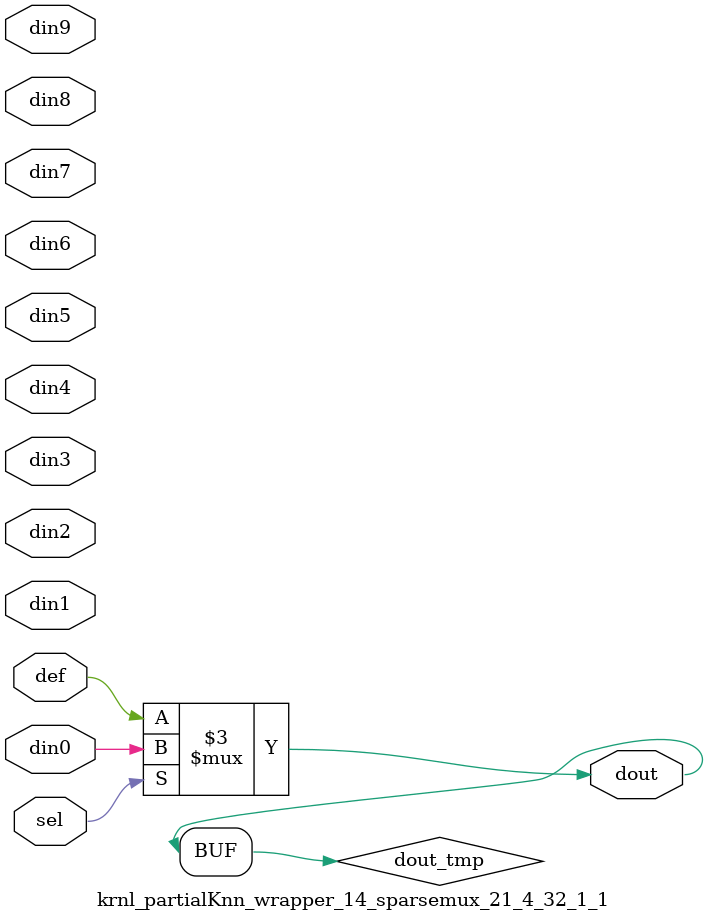
<source format=v>
`timescale 1ns / 1ps

module krnl_partialKnn_wrapper_14_sparsemux_21_4_32_1_1 (din0,din1,din2,din3,din4,din5,din6,din7,din8,din9,def,sel,dout);

parameter din0_WIDTH = 1;

parameter din1_WIDTH = 1;

parameter din2_WIDTH = 1;

parameter din3_WIDTH = 1;

parameter din4_WIDTH = 1;

parameter din5_WIDTH = 1;

parameter din6_WIDTH = 1;

parameter din7_WIDTH = 1;

parameter din8_WIDTH = 1;

parameter din9_WIDTH = 1;

parameter def_WIDTH = 1;
parameter sel_WIDTH = 1;
parameter dout_WIDTH = 1;

parameter [sel_WIDTH-1:0] CASE0 = 1;

parameter [sel_WIDTH-1:0] CASE1 = 1;

parameter [sel_WIDTH-1:0] CASE2 = 1;

parameter [sel_WIDTH-1:0] CASE3 = 1;

parameter [sel_WIDTH-1:0] CASE4 = 1;

parameter [sel_WIDTH-1:0] CASE5 = 1;

parameter [sel_WIDTH-1:0] CASE6 = 1;

parameter [sel_WIDTH-1:0] CASE7 = 1;

parameter [sel_WIDTH-1:0] CASE8 = 1;

parameter [sel_WIDTH-1:0] CASE9 = 1;

parameter ID = 1;
parameter NUM_STAGE = 1;



input [din0_WIDTH-1:0] din0;

input [din1_WIDTH-1:0] din1;

input [din2_WIDTH-1:0] din2;

input [din3_WIDTH-1:0] din3;

input [din4_WIDTH-1:0] din4;

input [din5_WIDTH-1:0] din5;

input [din6_WIDTH-1:0] din6;

input [din7_WIDTH-1:0] din7;

input [din8_WIDTH-1:0] din8;

input [din9_WIDTH-1:0] din9;

input [def_WIDTH-1:0] def;
input [sel_WIDTH-1:0] sel;

output [dout_WIDTH-1:0] dout;



reg [dout_WIDTH-1:0] dout_tmp;

always @ (*) begin
case (sel)
    
    CASE0 : dout_tmp = din0;
    
    CASE1 : dout_tmp = din1;
    
    CASE2 : dout_tmp = din2;
    
    CASE3 : dout_tmp = din3;
    
    CASE4 : dout_tmp = din4;
    
    CASE5 : dout_tmp = din5;
    
    CASE6 : dout_tmp = din6;
    
    CASE7 : dout_tmp = din7;
    
    CASE8 : dout_tmp = din8;
    
    CASE9 : dout_tmp = din9;
    
    default : dout_tmp = def;
endcase
end


assign dout = dout_tmp;



endmodule

</source>
